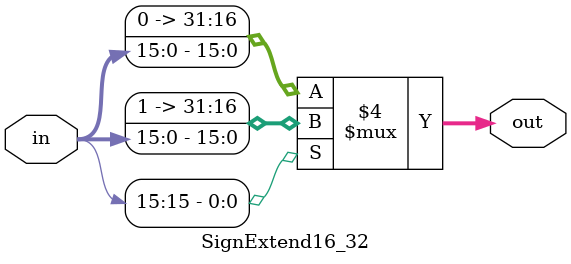
<source format=v>
`timescale 1ns / 1ps
module SignExtend16_32(input wire [15:0] in, output reg [31:0] out);

	always @(*)
	begin
		if(in[15] == 1)
		begin
			out = {16'b1111111111111111 , in}; 
		end
		else
		begin
			out = {16'b0000000000000000 ,in};
		end
	end
endmodule
</source>
